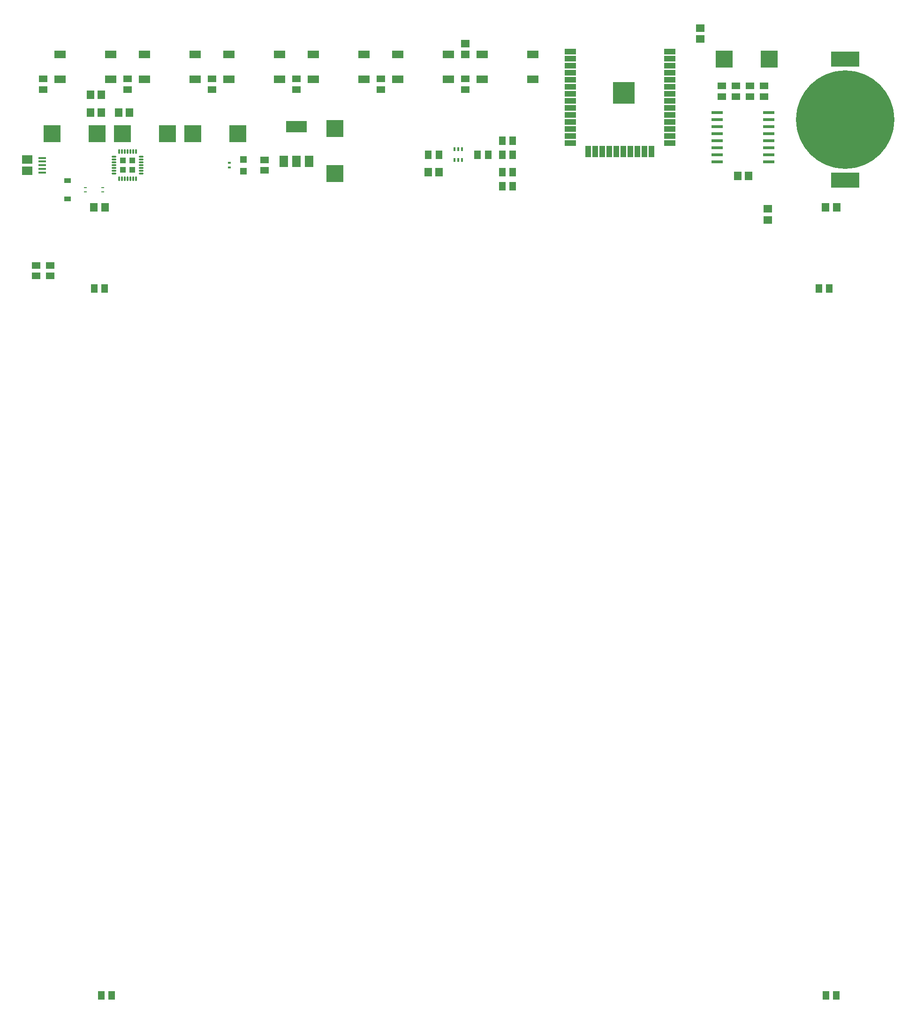
<source format=gbp>
G04 #@! TF.GenerationSoftware,KiCad,Pcbnew,no-vcs-found-bf44d39~61~ubuntu16.04.1*
G04 #@! TF.CreationDate,2018-01-11T15:52:36+05:30*
G04 #@! TF.ProjectId,KlokTHREEjr,4B6C6F6B54485245456A722E6B696361,rev 1*
G04 #@! TF.SameCoordinates,Original*
G04 #@! TF.FileFunction,Paste,Bot*
G04 #@! TF.FilePolarity,Positive*
%FSLAX46Y46*%
G04 Gerber Fmt 4.6, Leading zero omitted, Abs format (unit mm)*
G04 Created by KiCad (PCBNEW no-vcs-found-bf44d39~61~ubuntu16.04.1) date Thu Jan 11 15:52:36 2018*
%MOMM*%
%LPD*%
G01*
G04 APERTURE LIST*
%ADD10R,1.998980X0.599440*%
%ADD11R,1.350000X1.550000*%
%ADD12R,3.048000X3.048000*%
%ADD13R,1.498600X1.300480*%
%ADD14R,1.200000X0.900000*%
%ADD15R,0.500000X0.250000*%
%ADD16C,17.780000*%
%ADD17R,5.080000X2.794000*%
%ADD18R,1.005000X1.005000*%
%ADD19O,0.300000X0.850000*%
%ADD20O,0.850000X0.300000*%
%ADD21R,0.600000X0.400000*%
%ADD22R,1.198880X1.198880*%
%ADD23R,2.100000X1.400000*%
%ADD24R,1.900000X1.500000*%
%ADD25R,1.350000X0.400000*%
%ADD26R,1.300480X1.498600*%
%ADD27R,1.550000X1.350000*%
%ADD28R,0.400000X0.650000*%
%ADD29R,3.800000X2.000000*%
%ADD30R,1.500000X2.000000*%
%ADD31R,2.000000X1.000000*%
%ADD32R,1.000000X2.000000*%
%ADD33R,4.000000X4.000000*%
G04 APERTURE END LIST*
D10*
X186260740Y-67945000D03*
X186260740Y-69215000D03*
X186260740Y-70485000D03*
X186260740Y-71755000D03*
X186260740Y-73025000D03*
X186260740Y-74295000D03*
X186260740Y-75565000D03*
X186260740Y-76835000D03*
X176959260Y-76835000D03*
X176959260Y-75565000D03*
X176959260Y-74295000D03*
X176959260Y-73025000D03*
X176959260Y-71755000D03*
X176959260Y-70485000D03*
X176959260Y-69215000D03*
X176959260Y-67945000D03*
D11*
X66405000Y-85090000D03*
X64405000Y-85090000D03*
D12*
X178181000Y-58293000D03*
X186309000Y-58293000D03*
D13*
X70485000Y-63817500D03*
X70485000Y-61912500D03*
X85725000Y-63817500D03*
X85725000Y-61912500D03*
D14*
X59690000Y-83565000D03*
X59690000Y-80265000D03*
D15*
X66040000Y-81540000D03*
X66040000Y-82290000D03*
X62865000Y-81540000D03*
X62865000Y-82290000D03*
D16*
X200025000Y-69215000D03*
D17*
X200025000Y-58293000D03*
X200025000Y-80137000D03*
D18*
X69647500Y-78307500D03*
X69647500Y-76632500D03*
X71322500Y-78307500D03*
X71322500Y-76632500D03*
D19*
X68985000Y-79920000D03*
X69485000Y-79920000D03*
X69985000Y-79920000D03*
X70485000Y-79920000D03*
X70985000Y-79920000D03*
X71485000Y-79920000D03*
X71985000Y-79920000D03*
D20*
X72935000Y-78970000D03*
X72935000Y-78470000D03*
X72935000Y-77970000D03*
X72935000Y-77470000D03*
X72935000Y-76970000D03*
X72935000Y-76470000D03*
X72935000Y-75970000D03*
D19*
X71985000Y-75020000D03*
X71485000Y-75020000D03*
X70985000Y-75020000D03*
X70485000Y-75020000D03*
X69985000Y-75020000D03*
X69485000Y-75020000D03*
X68985000Y-75020000D03*
D20*
X68035000Y-75970000D03*
X68035000Y-76470000D03*
X68035000Y-76970000D03*
X68035000Y-77470000D03*
X68035000Y-77970000D03*
X68035000Y-78470000D03*
X68035000Y-78970000D03*
D21*
X88900000Y-77020000D03*
X88900000Y-77920000D03*
D22*
X91440000Y-76420980D03*
X91440000Y-78519020D03*
D23*
X119275000Y-61940000D03*
X128375000Y-61940000D03*
X128375000Y-57440000D03*
X119275000Y-57440000D03*
X104035000Y-61940000D03*
X113135000Y-61940000D03*
X113135000Y-57440000D03*
X104035000Y-57440000D03*
X67415000Y-57440000D03*
X58315000Y-57440000D03*
X58315000Y-61940000D03*
X67415000Y-61940000D03*
X143615000Y-57440000D03*
X134515000Y-57440000D03*
X134515000Y-61940000D03*
X143615000Y-61940000D03*
X88795000Y-61940000D03*
X97895000Y-61940000D03*
X97895000Y-57440000D03*
X88795000Y-57440000D03*
X73555000Y-61940000D03*
X82655000Y-61940000D03*
X82655000Y-57440000D03*
X73555000Y-57440000D03*
D24*
X52355000Y-76470000D03*
D25*
X55055000Y-78120000D03*
X55055000Y-78770000D03*
X55055000Y-76170000D03*
X55055000Y-76820000D03*
X55055000Y-77470000D03*
D24*
X52355000Y-78470000D03*
D13*
X53975000Y-97472500D03*
X53975000Y-95567500D03*
X56515000Y-97472500D03*
X56515000Y-95567500D03*
X182880000Y-65087500D03*
X182880000Y-63182500D03*
X185420000Y-65087500D03*
X185420000Y-63182500D03*
X177800000Y-65087500D03*
X177800000Y-63182500D03*
X180340000Y-65087500D03*
X180340000Y-63182500D03*
X116205000Y-63817500D03*
X116205000Y-61912500D03*
X100965000Y-63817500D03*
X100965000Y-61912500D03*
D26*
X64452500Y-99695000D03*
X66357500Y-99695000D03*
X197167500Y-99695000D03*
X195262500Y-99695000D03*
X198437500Y-227330000D03*
X196532500Y-227330000D03*
X65722500Y-227330000D03*
X67627500Y-227330000D03*
D11*
X180610000Y-79375000D03*
X182610000Y-79375000D03*
D12*
X90424000Y-71755000D03*
X82296000Y-71755000D03*
X107950000Y-70866000D03*
X107950000Y-78994000D03*
D11*
X124730000Y-78740000D03*
X126730000Y-78740000D03*
X63770000Y-64770000D03*
X65770000Y-64770000D03*
D27*
X131445000Y-55515000D03*
X131445000Y-57515000D03*
D12*
X65024000Y-71755000D03*
X56896000Y-71755000D03*
D11*
X63770000Y-67945000D03*
X65770000Y-67945000D03*
D12*
X69596000Y-71755000D03*
X77724000Y-71755000D03*
D11*
X70850000Y-67945000D03*
X68850000Y-67945000D03*
D27*
X173863000Y-52721000D03*
X173863000Y-54721000D03*
D28*
X129525000Y-74615000D03*
X130825000Y-74615000D03*
X130175000Y-76515000D03*
X130175000Y-74615000D03*
X130825000Y-76515000D03*
X129525000Y-76515000D03*
D26*
X126682500Y-75565000D03*
X124777500Y-75565000D03*
D13*
X95250000Y-78422500D03*
X95250000Y-76517500D03*
X55245000Y-61912500D03*
X55245000Y-63817500D03*
X131445000Y-61912500D03*
X131445000Y-63817500D03*
D26*
X138112500Y-81280000D03*
X140017500Y-81280000D03*
X138112500Y-78740000D03*
X140017500Y-78740000D03*
X138112500Y-73025000D03*
X140017500Y-73025000D03*
X133667500Y-75565000D03*
X135572500Y-75565000D03*
X138112500Y-75565000D03*
X140017500Y-75565000D03*
D29*
X100965000Y-70510000D03*
D30*
X100965000Y-76810000D03*
X98665000Y-76810000D03*
X103265000Y-76810000D03*
D31*
X168385000Y-56980000D03*
X168385000Y-58250000D03*
X168385000Y-59520000D03*
X168385000Y-60790000D03*
X168385000Y-62060000D03*
X168385000Y-63330000D03*
X168385000Y-64600000D03*
X168385000Y-65870000D03*
X168385000Y-67140000D03*
X168385000Y-68410000D03*
X168385000Y-69680000D03*
X168385000Y-70950000D03*
X168385000Y-72220000D03*
X168385000Y-73490000D03*
D32*
X165100000Y-74980000D03*
X163830000Y-74980000D03*
X162560000Y-74980000D03*
X161290000Y-74980000D03*
X160020000Y-74980000D03*
X158750000Y-74980000D03*
X157480000Y-74980000D03*
X156210000Y-74980000D03*
X154940000Y-74980000D03*
X153670000Y-74980000D03*
D31*
X150385000Y-73490000D03*
X150385000Y-72220000D03*
X150385000Y-70950000D03*
X150385000Y-69680000D03*
X150385000Y-68410000D03*
X150385000Y-67140000D03*
X150385000Y-65870000D03*
X150385000Y-64600000D03*
X150385000Y-63330000D03*
X150385000Y-62060000D03*
X150385000Y-60790000D03*
X150385000Y-59520000D03*
X150385000Y-58250000D03*
X150385000Y-56980000D03*
D33*
X160085000Y-64380000D03*
D11*
X198485000Y-85090000D03*
X196485000Y-85090000D03*
D27*
X186055000Y-85360000D03*
X186055000Y-87360000D03*
M02*

</source>
